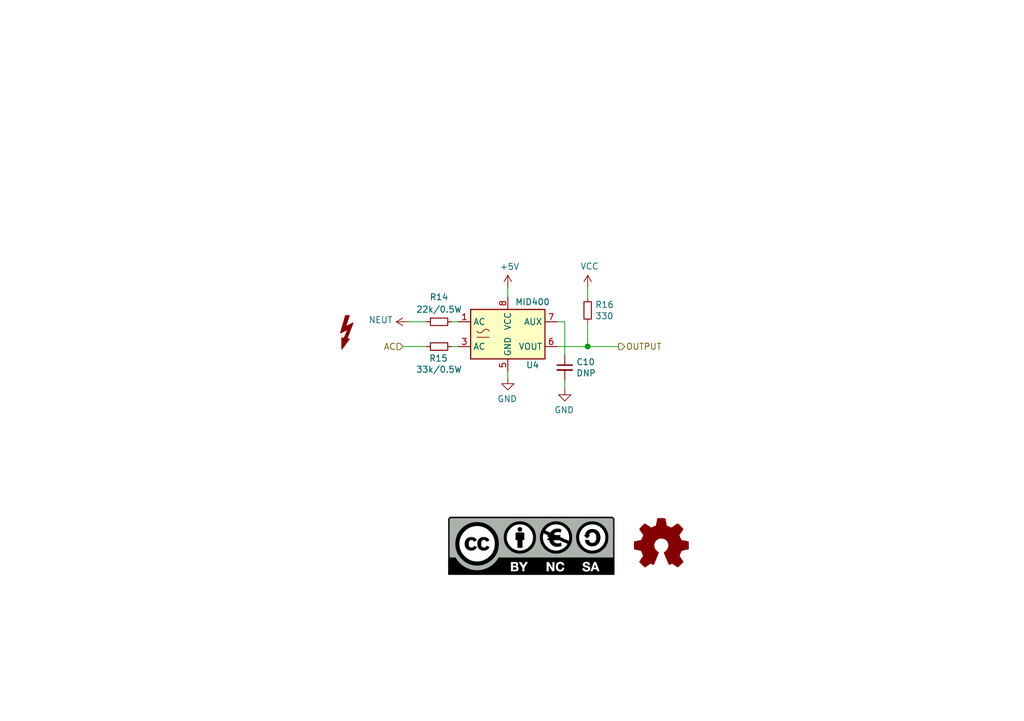
<source format=kicad_sch>
(kicad_sch (version 20201015) (generator eeschema)
  (page 0 6)
  (paper "A5")
  (title_block (title "MadPresso controller") (date "2020-11-18") (rev "1.1"))
  (lib_symbols
    (symbol "Device:C_Small" (pin_numbers hide) (pin_names (offset 0.254) hide)
      (property "Reference" "C" (at 0.254 1.778 0))
      (property "Value" "C_Small" (at 0.254 -2.032 0))
      (symbol "C_Small_0_1"
        (polyline (pts (xy -1.524 -0.508) (xy 1.524 -0.508)) (stroke (width 0.3302)))
        (polyline (pts (xy -1.524 0.508) (xy 1.524 0.508)) (stroke (width 0.3048)))
      )
      (symbol "C_Small_1_1"
        (pin passive line (at 0 2.54 270) (length 2.032) (name "~") (number "1"))
        (pin passive line (at 0 -2.54 90) (length 2.032) (name "~") (number "2"))
      )
    )
    (symbol "Device:R_Small" (pin_numbers hide) (pin_names (offset 0.254) hide)
      (property "Reference" "R" (at 0.762 0.508 0))
      (property "Value" "R_Small" (at 0.762 -1.016 0))
      (symbol "R_Small_0_1"
        (rectangle (start -0.762 1.778) (end 0.762 -1.778) (stroke (width 0.2032)))
      )
      (symbol "R_Small_1_1"
        (pin passive line (at 0 2.54 270) (length 0.762) (name "~") (number "1"))
        (pin passive line (at 0 -2.54 90) (length 0.762) (name "~") (number "2"))
      )
    )
    (symbol "Graphic:Logo_Open_Hardware_Small" (pin_names (offset 1.016))
      (symbol "Logo_Open_Hardware_Small_0_1"
        (polyline (pts (xy 3.3528 -4.3434) (xy 3.302 -4.318) (xy 3.175 -4.2418) (xy 2.9972 -4.1148) (xy 2.7686 -3.9624) (xy 2.54 -3.81) (xy 2.3622 -3.7084) (xy 2.2352 -3.6068) (xy 2.1844 -3.5814) (xy 2.159 -3.6068) (xy 2.0574 -3.6576) (xy 1.905 -3.7338) (xy 1.8034 -3.7846) (xy 1.6764 -3.8354) (xy 1.6002 -3.8354) (xy 1.6002 -3.8354) (xy 1.5494 -3.7338) (xy 1.4732 -3.5306) (xy 1.3462 -3.302) (xy 1.2446 -3.0226) (xy 1.1176 -2.7178) (xy 0.9652 -2.413) (xy 0.8636 -2.1082) (xy 0.7366 -1.8288) (xy 0.6604 -1.6256) (xy 0.6096 -1.4732) (xy 0.5842 -1.397) (xy 0.5842 -1.397) (xy 0.6604 -1.3208) (xy 0.7874 -1.2446) (xy 1.0414 -1.016) (xy 1.2954 -0.6858) (xy 1.4478 -0.3302) (xy 1.524 0.0762) (xy 1.4732 0.4572) (xy 1.3208 0.8128) (xy 1.0668 1.143) (xy 0.762 1.3716) (xy 0.4064 1.524) (xy 0 1.5748) (xy -0.381 1.5494) (xy -0.7366 1.397) (xy -1.0668 1.143) (xy -1.2192 0.9906) (xy -1.397 0.6604) (xy -1.524 0.3048) (xy -1.524 0.2286) (xy -1.4986 -0.1778) (xy -1.397 -0.5334) (xy -1.1938 -0.8636) (xy -0.9144 -1.143) (xy -0.8636 -1.1684) (xy -0.7366 -1.27) (xy -0.635 -1.3462) (xy -0.5842 -1.397) (xy -1.0668 -2.5908) (xy -1.143 -2.794) (xy -1.2954 -3.1242) (xy -1.397 -3.4036) (xy -1.4986 -3.6322) (xy -1.5748 -3.7846) (xy -1.6002 -3.8354) (xy -1.6002 -3.8354) (xy -1.651 -3.8354) (xy -1.7272 -3.81) (xy -1.905 -3.7338) (xy -2.0066 -3.683) (xy -2.1336 -3.6068) (xy -2.2098 -3.5814) (xy -2.2606 -3.6068) (xy -2.3622 -3.683) (xy -2.54 -3.81) (xy -2.7686 -3.9624) (xy -2.9718 -4.0894) (xy -3.1496 -4.2164) (xy -3.302 -4.318) (xy -3.3528 -4.3434) (xy -3.3782 -4.3434) (xy -3.429 -4.318) (xy -3.5306 -4.2164) (xy -3.7084 -4.064) (xy -3.937 -3.8354) (xy -3.9624 -3.81) (xy -4.1656 -3.6068) (xy -4.318 -3.4544) (xy -4.4196 -3.3274) (xy -4.445 -3.2766) (xy -4.445 -3.2766) (xy -4.4196 -3.2258) (xy -4.318 -3.0734) (xy -4.2164 -2.8956) (xy -4.064 -2.667) (xy -3.6576 -2.0828) (xy -3.8862 -1.5494) (xy -3.937 -1.3716) (xy -4.0386 -1.1684) (xy -4.0894 -1.0414) (xy -4.1148 -0.9652) (xy -4.191 -0.9398) (xy -4.318 -0.9144) (xy -4.5466 -0.8636) (xy -4.8006 -0.8128) (xy -5.0546 -0.7874) (xy -5.2578 -0.7366) (xy -5.4356 -0.7112) (xy -5.5118 -0.6858) (xy -5.5118 -0.6858) (xy -5.5372 -0.635) (xy -5.5372 -0.5588) (xy -5.5372 -0.4318) (xy -5.5626 -0.2286) (xy -5.5626 0.0762) (xy -5.5626 0.127) (xy -5.5372 0.4064) (xy -5.5372 0.635) (xy -5.5372 0.762) (xy -5.5372 0.8382) (xy -5.5372 0.8382) (xy -5.461 0.8382) (xy -5.3086 0.889) (xy -5.08 0.9144) (xy -4.826 0.9652) (xy -4.8006 0.9906) (xy -4.5466 1.0414) (xy -4.318 1.0668) (xy -4.1656 1.1176) (xy -4.0894 1.143) (xy -4.0894 1.143) (xy -4.0386 1.2446) (xy -3.9624 1.4224) (xy -3.8608 1.6256) (xy -3.7846 1.8288) (xy -3.7084 2.0066) (xy -3.6576 2.159) (xy -3.6322 2.2098) (xy -3.6322 2.2098) (xy -3.683 2.286) (xy -3.7592 2.413) (xy -3.8862 2.5908) (xy -4.064 2.8194) (xy -4.064 2.8448) (xy -4.2164 3.0734) (xy -4.3434 3.2512) (xy -4.4196 3.3782) (xy -4.445 3.4544) (xy -4.445 3.4544) (xy -4.3942 3.5052) (xy -4.2926 3.6322) (xy -4.1148 3.81) (xy -3.937 4.0132) (xy -3.8608 4.064) (xy -3.6576 4.2926) (xy -3.5052 4.4196) (xy -3.4036 4.4958) (xy -3.3528 4.5212) (xy -3.3528 4.5212) (xy -3.302 4.4704) (xy -3.1496 4.3688) (xy -2.9718 4.2418) (xy -2.7432 4.0894) (xy -2.7178 4.0894) (xy -2.4892 3.937) (xy -2.3114 3.81) (xy -2.1844 3.7084) (xy -2.1336 3.683) (xy -2.1082 3.683) (xy -2.032 3.7084) (xy -1.8542 3.7592) (xy -1.6764 3.8354) (xy -1.4732 3.937) (xy -1.27 4.0132) (xy -1.143 4.064) (xy -1.0668 4.1148) (xy -1.0668 4.1148) (xy -1.0414 4.191) (xy -1.016 4.3434) (xy -0.9652 4.572) (xy -0.9144 4.8514) (xy -0.889 4.9022) (xy -0.8382 5.1562) (xy -0.8128 5.3848) (xy -0.7874 5.5372) (xy -0.762 5.588) (xy -0.7112 5.6134) (xy -0.5842 5.6134) (xy -0.4064 5.6134) (xy -0.1524 5.6134) (xy 0.0762 5.6134) (xy 0.3302 5.6134) (xy 0.5334 5.6134) (xy 0.6858 5.588) (xy 0.7366 5.588) (xy 0.7366 5.588) (xy 0.762 5.5118) (xy 0.8128 5.334) (xy 0.8382 5.1054) (xy 0.9144 4.826) (xy 0.9144 4.7752) (xy 0.9652 4.5212) (xy 1.016 4.2926) (xy 1.0414 4.1402) (xy 1.0668 4.0894) (xy 1.0668 4.0894) (xy 1.1938 4.0386) (xy 1.3716 3.9624) (xy 1.5748 3.8608) (xy 2.0828 3.6576) (xy 2.7178 4.0894) (xy 2.7686 4.1402) (xy 2.9972 4.2926) (xy 3.175 4.4196) (xy 3.302 4.4958) (xy 3.3782 4.5212) (xy 3.3782 4.5212) (xy 3.429 4.4704) (xy 3.556 4.3434) (xy 3.7338 4.191) (xy 3.9116 3.9878) (xy 4.064 3.8354) (xy 4.2418 3.6576) (xy 4.3434 3.556) (xy 4.4196 3.4798) (xy 4.4196 3.429) (xy 4.4196 3.4036) (xy 4.3942 3.3274) (xy 4.2926 3.2004) (xy 4.1656 2.9972) (xy 4.0132 2.794) (xy 3.8862 2.5908) (xy 3.7592 2.3876) (xy 3.6576 2.2352) (xy 3.6322 2.159) (xy 3.6322 2.1336) (xy 3.683 2.0066) (xy 3.7592 1.8288) (xy 3.8608 1.6002) (xy 4.064 1.1176) (xy 4.3942 1.0414) (xy 4.5974 1.016) (xy 4.8768 0.9652) (xy 5.1308 0.9144) (xy 5.5372 0.8382) (xy 5.5626 -0.6604) (xy 5.4864 -0.6858) (xy 5.4356 -0.6858) (xy 5.2832 -0.7366) (xy 5.0546 -0.762) (xy 4.8006 -0.8128) (xy 4.5974 -0.8636) (xy 4.3688 -0.9144) (xy 4.2164 -0.9398) (xy 4.1402 -0.9398) (xy 4.1148 -0.9652) (xy 4.064 -1.0668) (xy 3.9878 -1.2446) (xy 3.9116 -1.4478) (xy 3.81 -1.651) (xy 3.7338 -1.8542) (xy 3.683 -2.0066) (xy 3.6576 -2.0828) (xy 3.683 -2.1336) (xy 3.7846 -2.2606) (xy 3.8862 -2.4638) (xy 4.0386 -2.667) (xy 4.191 -2.8956) (xy 4.318 -3.0734) (xy 4.3942 -3.2004) (xy 4.445 -3.2766) (xy 4.4196 -3.3274) (xy 4.3434 -3.429) (xy 4.1656 -3.5814) (xy 3.937 -3.8354) (xy 3.8862 -3.8608) (xy 3.683 -4.064) (xy 3.5306 -4.2164) (xy 3.4036 -4.318) (xy 3.3528 -4.3434)) (fill (type outline)))
      )
    )
    (symbol "Graphic:SYM_Flash_Small" (pin_names (offset 1.016))
      (symbol "SYM_Flash_Small_0_1"
        (polyline (pts (xy 0.508 -1.016) (xy -1.016 -0.762) (xy -1.016 -3.048) (xy 0.508 -1.016)) (stroke (width 0.2032)) (fill (type outline)))
        (polyline (pts (xy -0.254 3.81) (xy 0.508 3.81) (xy -0.254 1.524) (xy 1.27 2.286) (xy 0 -1.016) (xy -0.508 -0.762) (xy 0.254 1.016) (xy -1.27 0.254) (xy -0.254 3.81)) (stroke (width 0.2032)) (fill (type outline)))
      )
    )
    (symbol "Isolator:MID400"
      (property "Reference" "U" (at 5.715 6.985 0))
      (property "Value" "MID400" (at 5.715 8.89 0))
      (symbol "MID400_0_1"
        (arc (start -6.35 0.635) (end -5.08 0.635) (radius (at -5.715 0.9652) (length 0.7112) (angles -152.5 -27.5)))
        (arc (start -3.81 0.635) (end -5.08 0.635) (radius (at -4.445 0.2794) (length 0.7366) (angles 29.2 150.8)))
        (rectangle (start -7.62 5.08) (end 7.62 -5.08) (stroke (width 0.254)) (fill (type background)))
        (polyline (pts (xy -6.35 -0.635) (xy -3.81 -0.635)))
      )
      (symbol "MID400_1_1"
        (pin input line (at -10.16 2.54 0) (length 2.54) (name "AC") (number "1"))
        (pin unconnected line (at -10.16 0 0) (length 2.54) hide (name "NC") (number "2"))
        (pin input line (at -10.16 -2.54 0) (length 2.54) (name "AC") (number "3"))
        (pin unconnected line (at 10.16 0 180) (length 2.54) hide (name "NC") (number "4"))
        (pin power_in line (at 0 -7.62 90) (length 2.54) (name "GND") (number "5"))
        (pin open_collector line (at 10.16 -2.54 180) (length 2.54) (name "VOUT") (number "6"))
        (pin passive line (at 10.16 2.54 180) (length 2.54) (name "AUX") (number "7"))
        (pin power_in line (at 0 7.62 270) (length 2.54) (name "VCC") (number "8"))
      )
    )
    (symbol "power:+5V" (power) (pin_names (offset 0))
      (property "Value" "+5V" (at 0 3.556 0))
      (symbol "+5V_0_1"
        (polyline (pts (xy -0.762 1.27) (xy 0 2.54)))
        (polyline (pts (xy 0 0) (xy 0 2.54)))
        (polyline (pts (xy 0 2.54) (xy 0.762 1.27)))
      )
      (symbol "+5V_1_1"
        (pin power_in line (at 0 0 90) (length 0) hide (name "+5V") (number "1"))
      )
    )
    (symbol "power:GND" (power) (pin_names (offset 0))
      (property "Value" "GND" (at 0 -3.81 0))
      (symbol "GND_0_1"
        (polyline (pts (xy 0 0) (xy 0 -1.27) (xy 1.27 -1.27) (xy 0 -2.54) (xy -1.27 -1.27) (xy 0 -1.27)))
      )
      (symbol "GND_1_1"
        (pin power_in line (at 0 0 270) (length 0) hide (name "GND") (number "1"))
      )
    )
    (symbol "power:NEUT" (power) (pin_names (offset 0))
      (property "Value" "NEUT" (at 0 3.81 0))
      (symbol "NEUT_0_1"
        (polyline (pts (xy -0.762 1.27) (xy 0 2.54)))
        (polyline (pts (xy 0 0) (xy 0 2.54)))
        (polyline (pts (xy 0 2.54) (xy 0.762 1.27)))
      )
      (symbol "NEUT_1_1"
        (pin power_in line (at 0 0 90) (length 0) hide (name "NEUT") (number "1"))
      )
    )
    (symbol "power:VCC" (power) (pin_names (offset 0))
      (property "Value" "VCC" (at 0 3.81 0))
      (symbol "VCC_0_1"
        (polyline (pts (xy -0.762 1.27) (xy 0 2.54)))
        (polyline (pts (xy 0 0) (xy 0 2.54)))
        (polyline (pts (xy 0 2.54) (xy 0.762 1.27)))
      )
      (symbol "VCC_1_1"
        (pin power_in line (at 0 0 90) (length 0) hide (name "VCC") (number "1"))
      )
    )
  )
  (junction (at 120.523 71.12) (diameter 1.016))
  (wire (pts (xy 82.677 71.12) (xy 87.503 71.12)))
  (wire (pts (xy 83.82 66.04) (xy 87.503 66.04)))
  (wire (pts (xy 92.583 66.04) (xy 93.98 66.04)))
  (wire (pts (xy 92.583 71.12) (xy 93.98 71.12)))
  (wire (pts (xy 104.14 59.055) (xy 104.14 60.96)))
  (wire (pts (xy 104.14 76.2) (xy 104.14 77.47)))
  (wire (pts (xy 114.3 66.04) (xy 115.824 66.04)))
  (wire (pts (xy 114.3 71.12) (xy 120.523 71.12)))
  (wire (pts (xy 115.824 66.04) (xy 115.824 72.898)))
  (wire (pts (xy 115.824 77.978) (xy 115.824 79.756)))
  (wire (pts (xy 120.523 59.055) (xy 120.523 61.1632)))
  (wire (pts (xy 120.523 71.12) (xy 120.523 66.2432)))
  (wire (pts (xy 120.523 71.12) (xy 126.873 71.12)))
  (image (at 108.966 112.014))
  (hierarchical_label "AC" (shape input) (at 82.677 71.12 180))
  (hierarchical_label "OUTPUT" (shape output) (at 126.873 71.12 0))
  (symbol (lib_id "power:NEUT") (at 83.82 66.04 90)
    (property "Reference" "#PWR035" (effects hide))
    (property "Value" "NEUT" (at 80.5688 65.659 90) (effects (justify left)))
  )
  (symbol (lib_id "power:+5V") (at 104.14 59.055 0)
    (property "Reference" "#PWR036" (effects hide))
    (property "Value" "+5V" (at 104.5083 54.7306 0))
  )
  (symbol (lib_id "power:VCC") (at 120.523 59.055 0)
    (property "Reference" "#PWR039" (effects hide))
    (property "Value" "VCC" (at 120.904 54.6608 0))
  )
  (symbol (lib_id "power:GND") (at 104.14 77.47 0) (mirror y)
    (property "Reference" "#PWR037" (effects hide))
    (property "Value" "GND" (at 104.013 81.8642 0))
  )
  (symbol (lib_id "power:GND") (at 115.824 79.756 0) (mirror y)
    (property "Reference" "#PWR038" (effects hide))
    (property "Value" "GND" (at 115.697 84.1502 0))
  )
  (symbol (lib_id "Device:R_Small") (at 90.043 66.04 90)
    (property "Reference" "R14" (at 90.043 60.96 90))
    (property "Value" "22k/0.5W" (at 90.043 63.5 90))
    (property "Footprint" "Resistor_SMD:R_1206_3216Metric_Pad1.30x1.75mm_HandSolder" (effects hide))
  )
  (symbol (lib_id "Device:R_Small") (at 90.043 71.12 90)
    (property "Reference" "R15" (at 89.916 73.533 90))
    (property "Value" "33k/0.5W" (at 90.043 75.819 90))
    (property "Footprint" "Resistor_SMD:R_1206_3216Metric_Pad1.30x1.75mm_HandSolder" (effects hide))
  )
  (symbol (lib_id "Device:R_Small") (at 120.523 63.7032 0)
    (property "Reference" "R16" (at 122.0216 62.5348 0) (effects (justify left)))
    (property "Value" "330" (at 122.0216 64.8462 0) (effects (justify left)))
    (property "Footprint" "Resistor_SMD:R_0603_1608Metric_Pad0.98x0.95mm_HandSolder" (effects hide))
  )
  (symbol (lib_id "Graphic:SYM_Flash_Small") (at 71.12 68.58 0)
    (property "Reference" "#SYM?" (effects hide))
    (property "Value" "SYM_Flash_Small" (effects hide))
  )
  (symbol (lib_id "Device:C_Small") (at 115.824 75.438 0)
    (property "Reference" "C10" (at 118.1482 74.2886 0) (effects (justify left)))
    (property "Value" "DNP" (at 118.1608 76.581 0) (effects (justify left)))
    (property "Footprint" "Capacitor_SMD:C_0603_1608Metric_Pad1.08x0.95mm_HandSolder" (effects hide))
  )
  (symbol (lib_id "Graphic:Logo_Open_Hardware_Small") (at 135.636 112.014 0)
    (property "Reference" "#LOGO?" (effects hide))
    (property "Value" "Logo_Open_Hardware_Small" (effects hide))
  )
  (symbol (lib_id "Isolator:MID400") (at 104.14 68.58 0)
    (property "Reference" "U4" (at 109.22 74.9108 0))
    (property "Value" "MID400" (at 109.22 61.9695 0))
    (property "Footprint" "Package_DIP:SMDIP-8_W7.62mm" (effects hide))
    (property "Datasheet" "https://www.onsemi.com/pub/Collateral/MID400-D.pdf" (effects hide))
  )
)
</source>
